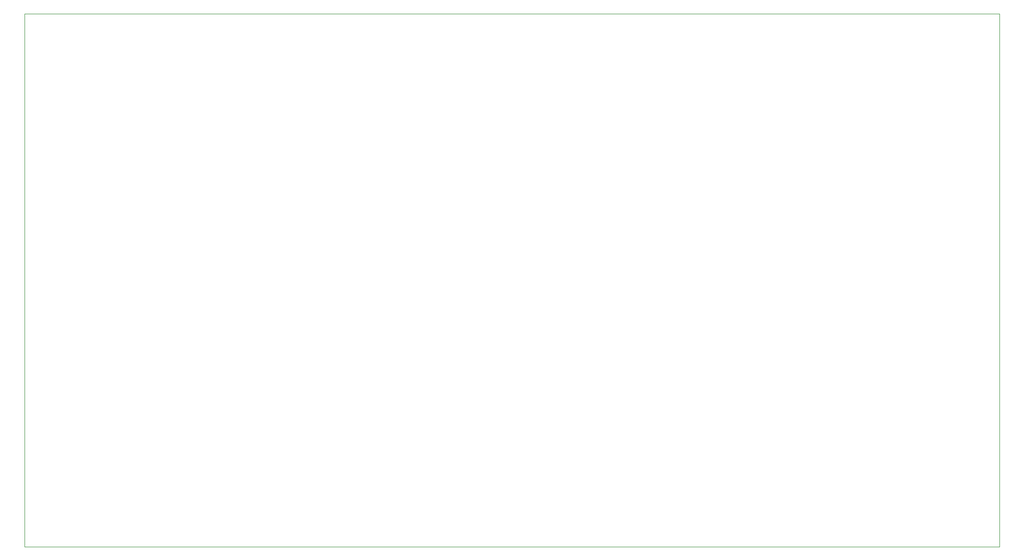
<source format=gbr>
G04 #@! TF.GenerationSoftware,KiCad,Pcbnew,(5.1.4)-1*
G04 #@! TF.CreationDate,2021-04-20T00:23:46+05:30*
G04 #@! TF.ProjectId,transformers-board,7472616e-7366-46f7-926d-6572732d626f,rev?*
G04 #@! TF.SameCoordinates,Original*
G04 #@! TF.FileFunction,Profile,NP*
%FSLAX46Y46*%
G04 Gerber Fmt 4.6, Leading zero omitted, Abs format (unit mm)*
G04 Created by KiCad (PCBNEW (5.1.4)-1) date 2021-04-20 00:23:46*
%MOMM*%
%LPD*%
G04 APERTURE LIST*
%ADD10C,0.050000*%
G04 APERTURE END LIST*
D10*
X54864000Y-133350000D02*
X223012000Y-133350000D01*
X54864000Y-41402000D02*
X54864000Y-133350000D01*
X223012000Y-41402000D02*
X54864000Y-41402000D01*
X223012000Y-133350000D02*
X223012000Y-41402000D01*
M02*

</source>
